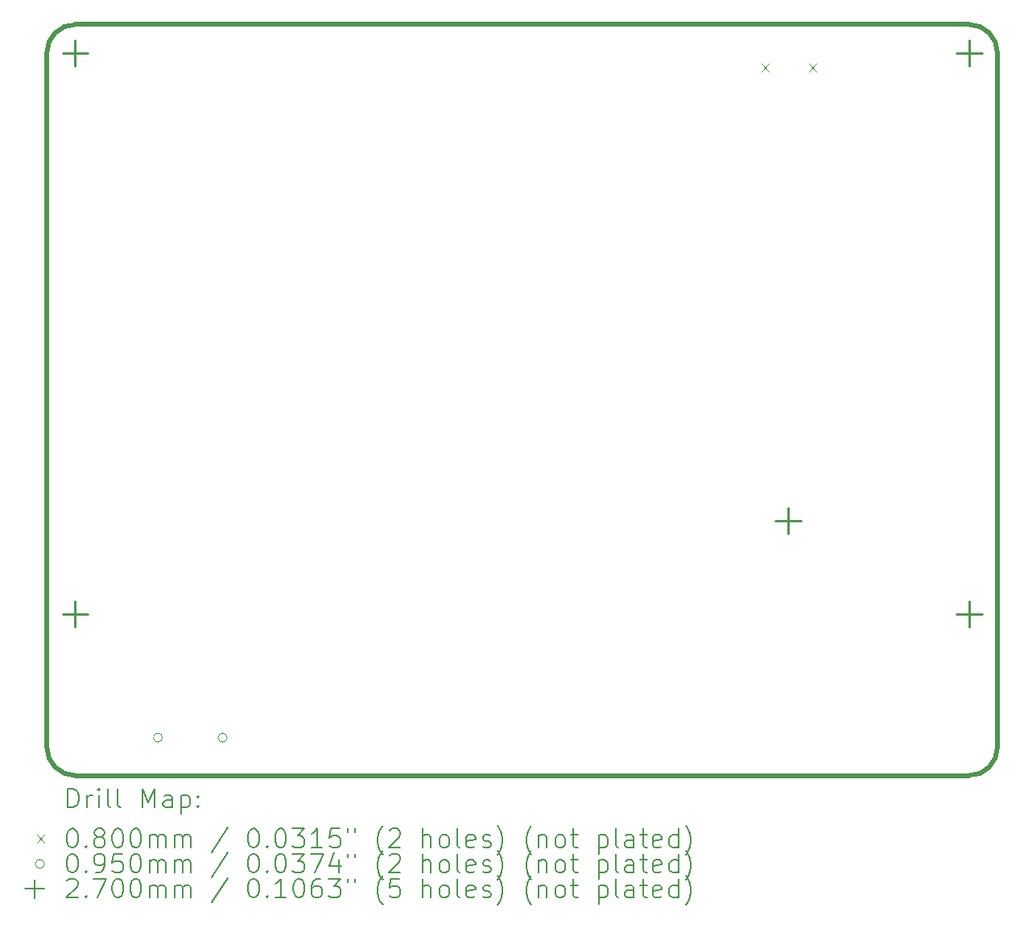
<source format=gbr>
%TF.GenerationSoftware,KiCad,Pcbnew,7.0.2*%
%TF.CreationDate,2023-06-21T14:39:48-07:00*%
%TF.ProjectId,ESP32_Interface,45535033-325f-4496-9e74-657266616365,1*%
%TF.SameCoordinates,Original*%
%TF.FileFunction,Drillmap*%
%TF.FilePolarity,Positive*%
%FSLAX45Y45*%
G04 Gerber Fmt 4.5, Leading zero omitted, Abs format (unit mm)*
G04 Created by KiCad (PCBNEW 7.0.2) date 2023-06-21 14:39:48*
%MOMM*%
%LPD*%
G01*
G04 APERTURE LIST*
%ADD10C,0.500000*%
%ADD11C,0.200000*%
%ADD12C,0.080000*%
%ADD13C,0.095000*%
%ADD14C,0.270000*%
G04 APERTURE END LIST*
D10*
X8500000Y-13100000D02*
X8500000Y-5800000D01*
X18200000Y-13400000D02*
G75*
G03*
X18500000Y-13100000I0J300000D01*
G01*
X8500000Y-13100000D02*
G75*
G03*
X8800000Y-13400000I300000J0D01*
G01*
X18200000Y-13400000D02*
X8800000Y-13400000D01*
X8800000Y-5500000D02*
X18200000Y-5500000D01*
X8800000Y-5500000D02*
G75*
G03*
X8500000Y-5800000I0J-300000D01*
G01*
X18500000Y-5800000D02*
G75*
G03*
X18200000Y-5500000I-300000J0D01*
G01*
X18500000Y-5800000D02*
X18500000Y-13100000D01*
D11*
D12*
X16015400Y-5913940D02*
X16095400Y-5993940D01*
X16095400Y-5913940D02*
X16015400Y-5993940D01*
X16515400Y-5913940D02*
X16595400Y-5993940D01*
X16595400Y-5913940D02*
X16515400Y-5993940D01*
D13*
X9717000Y-13002150D02*
G75*
G03*
X9717000Y-13002150I-47500J0D01*
G01*
X10397000Y-13002150D02*
G75*
G03*
X10397000Y-13002150I-47500J0D01*
G01*
D14*
X8800000Y-5665000D02*
X8800000Y-5935000D01*
X8665000Y-5800000D02*
X8935000Y-5800000D01*
X8800000Y-11565000D02*
X8800000Y-11835000D01*
X8665000Y-11700000D02*
X8935000Y-11700000D01*
X16300000Y-10584000D02*
X16300000Y-10854000D01*
X16165000Y-10719000D02*
X16435000Y-10719000D01*
X18200000Y-5665000D02*
X18200000Y-5935000D01*
X18065000Y-5800000D02*
X18335000Y-5800000D01*
X18200000Y-11565000D02*
X18200000Y-11835000D01*
X18065000Y-11700000D02*
X18335000Y-11700000D01*
D11*
X8722619Y-13737524D02*
X8722619Y-13537524D01*
X8722619Y-13537524D02*
X8770238Y-13537524D01*
X8770238Y-13537524D02*
X8798810Y-13547048D01*
X8798810Y-13547048D02*
X8817857Y-13566095D01*
X8817857Y-13566095D02*
X8827381Y-13585143D01*
X8827381Y-13585143D02*
X8836905Y-13623238D01*
X8836905Y-13623238D02*
X8836905Y-13651809D01*
X8836905Y-13651809D02*
X8827381Y-13689905D01*
X8827381Y-13689905D02*
X8817857Y-13708952D01*
X8817857Y-13708952D02*
X8798810Y-13728000D01*
X8798810Y-13728000D02*
X8770238Y-13737524D01*
X8770238Y-13737524D02*
X8722619Y-13737524D01*
X8922619Y-13737524D02*
X8922619Y-13604190D01*
X8922619Y-13642286D02*
X8932143Y-13623238D01*
X8932143Y-13623238D02*
X8941667Y-13613714D01*
X8941667Y-13613714D02*
X8960714Y-13604190D01*
X8960714Y-13604190D02*
X8979762Y-13604190D01*
X9046429Y-13737524D02*
X9046429Y-13604190D01*
X9046429Y-13537524D02*
X9036905Y-13547048D01*
X9036905Y-13547048D02*
X9046429Y-13556571D01*
X9046429Y-13556571D02*
X9055952Y-13547048D01*
X9055952Y-13547048D02*
X9046429Y-13537524D01*
X9046429Y-13537524D02*
X9046429Y-13556571D01*
X9170238Y-13737524D02*
X9151190Y-13728000D01*
X9151190Y-13728000D02*
X9141667Y-13708952D01*
X9141667Y-13708952D02*
X9141667Y-13537524D01*
X9275000Y-13737524D02*
X9255952Y-13728000D01*
X9255952Y-13728000D02*
X9246429Y-13708952D01*
X9246429Y-13708952D02*
X9246429Y-13537524D01*
X9503571Y-13737524D02*
X9503571Y-13537524D01*
X9503571Y-13537524D02*
X9570238Y-13680381D01*
X9570238Y-13680381D02*
X9636905Y-13537524D01*
X9636905Y-13537524D02*
X9636905Y-13737524D01*
X9817857Y-13737524D02*
X9817857Y-13632762D01*
X9817857Y-13632762D02*
X9808333Y-13613714D01*
X9808333Y-13613714D02*
X9789286Y-13604190D01*
X9789286Y-13604190D02*
X9751190Y-13604190D01*
X9751190Y-13604190D02*
X9732143Y-13613714D01*
X9817857Y-13728000D02*
X9798810Y-13737524D01*
X9798810Y-13737524D02*
X9751190Y-13737524D01*
X9751190Y-13737524D02*
X9732143Y-13728000D01*
X9732143Y-13728000D02*
X9722619Y-13708952D01*
X9722619Y-13708952D02*
X9722619Y-13689905D01*
X9722619Y-13689905D02*
X9732143Y-13670857D01*
X9732143Y-13670857D02*
X9751190Y-13661333D01*
X9751190Y-13661333D02*
X9798810Y-13661333D01*
X9798810Y-13661333D02*
X9817857Y-13651809D01*
X9913095Y-13604190D02*
X9913095Y-13804190D01*
X9913095Y-13613714D02*
X9932143Y-13604190D01*
X9932143Y-13604190D02*
X9970238Y-13604190D01*
X9970238Y-13604190D02*
X9989286Y-13613714D01*
X9989286Y-13613714D02*
X9998810Y-13623238D01*
X9998810Y-13623238D02*
X10008333Y-13642286D01*
X10008333Y-13642286D02*
X10008333Y-13699428D01*
X10008333Y-13699428D02*
X9998810Y-13718476D01*
X9998810Y-13718476D02*
X9989286Y-13728000D01*
X9989286Y-13728000D02*
X9970238Y-13737524D01*
X9970238Y-13737524D02*
X9932143Y-13737524D01*
X9932143Y-13737524D02*
X9913095Y-13728000D01*
X10094048Y-13718476D02*
X10103571Y-13728000D01*
X10103571Y-13728000D02*
X10094048Y-13737524D01*
X10094048Y-13737524D02*
X10084524Y-13728000D01*
X10084524Y-13728000D02*
X10094048Y-13718476D01*
X10094048Y-13718476D02*
X10094048Y-13737524D01*
X10094048Y-13613714D02*
X10103571Y-13623238D01*
X10103571Y-13623238D02*
X10094048Y-13632762D01*
X10094048Y-13632762D02*
X10084524Y-13623238D01*
X10084524Y-13623238D02*
X10094048Y-13613714D01*
X10094048Y-13613714D02*
X10094048Y-13632762D01*
D12*
X8395000Y-14025000D02*
X8475000Y-14105000D01*
X8475000Y-14025000D02*
X8395000Y-14105000D01*
D11*
X8760714Y-13957524D02*
X8779762Y-13957524D01*
X8779762Y-13957524D02*
X8798810Y-13967048D01*
X8798810Y-13967048D02*
X8808333Y-13976571D01*
X8808333Y-13976571D02*
X8817857Y-13995619D01*
X8817857Y-13995619D02*
X8827381Y-14033714D01*
X8827381Y-14033714D02*
X8827381Y-14081333D01*
X8827381Y-14081333D02*
X8817857Y-14119428D01*
X8817857Y-14119428D02*
X8808333Y-14138476D01*
X8808333Y-14138476D02*
X8798810Y-14148000D01*
X8798810Y-14148000D02*
X8779762Y-14157524D01*
X8779762Y-14157524D02*
X8760714Y-14157524D01*
X8760714Y-14157524D02*
X8741667Y-14148000D01*
X8741667Y-14148000D02*
X8732143Y-14138476D01*
X8732143Y-14138476D02*
X8722619Y-14119428D01*
X8722619Y-14119428D02*
X8713095Y-14081333D01*
X8713095Y-14081333D02*
X8713095Y-14033714D01*
X8713095Y-14033714D02*
X8722619Y-13995619D01*
X8722619Y-13995619D02*
X8732143Y-13976571D01*
X8732143Y-13976571D02*
X8741667Y-13967048D01*
X8741667Y-13967048D02*
X8760714Y-13957524D01*
X8913095Y-14138476D02*
X8922619Y-14148000D01*
X8922619Y-14148000D02*
X8913095Y-14157524D01*
X8913095Y-14157524D02*
X8903571Y-14148000D01*
X8903571Y-14148000D02*
X8913095Y-14138476D01*
X8913095Y-14138476D02*
X8913095Y-14157524D01*
X9036905Y-14043238D02*
X9017857Y-14033714D01*
X9017857Y-14033714D02*
X9008333Y-14024190D01*
X9008333Y-14024190D02*
X8998810Y-14005143D01*
X8998810Y-14005143D02*
X8998810Y-13995619D01*
X8998810Y-13995619D02*
X9008333Y-13976571D01*
X9008333Y-13976571D02*
X9017857Y-13967048D01*
X9017857Y-13967048D02*
X9036905Y-13957524D01*
X9036905Y-13957524D02*
X9075000Y-13957524D01*
X9075000Y-13957524D02*
X9094048Y-13967048D01*
X9094048Y-13967048D02*
X9103571Y-13976571D01*
X9103571Y-13976571D02*
X9113095Y-13995619D01*
X9113095Y-13995619D02*
X9113095Y-14005143D01*
X9113095Y-14005143D02*
X9103571Y-14024190D01*
X9103571Y-14024190D02*
X9094048Y-14033714D01*
X9094048Y-14033714D02*
X9075000Y-14043238D01*
X9075000Y-14043238D02*
X9036905Y-14043238D01*
X9036905Y-14043238D02*
X9017857Y-14052762D01*
X9017857Y-14052762D02*
X9008333Y-14062286D01*
X9008333Y-14062286D02*
X8998810Y-14081333D01*
X8998810Y-14081333D02*
X8998810Y-14119428D01*
X8998810Y-14119428D02*
X9008333Y-14138476D01*
X9008333Y-14138476D02*
X9017857Y-14148000D01*
X9017857Y-14148000D02*
X9036905Y-14157524D01*
X9036905Y-14157524D02*
X9075000Y-14157524D01*
X9075000Y-14157524D02*
X9094048Y-14148000D01*
X9094048Y-14148000D02*
X9103571Y-14138476D01*
X9103571Y-14138476D02*
X9113095Y-14119428D01*
X9113095Y-14119428D02*
X9113095Y-14081333D01*
X9113095Y-14081333D02*
X9103571Y-14062286D01*
X9103571Y-14062286D02*
X9094048Y-14052762D01*
X9094048Y-14052762D02*
X9075000Y-14043238D01*
X9236905Y-13957524D02*
X9255952Y-13957524D01*
X9255952Y-13957524D02*
X9275000Y-13967048D01*
X9275000Y-13967048D02*
X9284524Y-13976571D01*
X9284524Y-13976571D02*
X9294048Y-13995619D01*
X9294048Y-13995619D02*
X9303571Y-14033714D01*
X9303571Y-14033714D02*
X9303571Y-14081333D01*
X9303571Y-14081333D02*
X9294048Y-14119428D01*
X9294048Y-14119428D02*
X9284524Y-14138476D01*
X9284524Y-14138476D02*
X9275000Y-14148000D01*
X9275000Y-14148000D02*
X9255952Y-14157524D01*
X9255952Y-14157524D02*
X9236905Y-14157524D01*
X9236905Y-14157524D02*
X9217857Y-14148000D01*
X9217857Y-14148000D02*
X9208333Y-14138476D01*
X9208333Y-14138476D02*
X9198810Y-14119428D01*
X9198810Y-14119428D02*
X9189286Y-14081333D01*
X9189286Y-14081333D02*
X9189286Y-14033714D01*
X9189286Y-14033714D02*
X9198810Y-13995619D01*
X9198810Y-13995619D02*
X9208333Y-13976571D01*
X9208333Y-13976571D02*
X9217857Y-13967048D01*
X9217857Y-13967048D02*
X9236905Y-13957524D01*
X9427381Y-13957524D02*
X9446429Y-13957524D01*
X9446429Y-13957524D02*
X9465476Y-13967048D01*
X9465476Y-13967048D02*
X9475000Y-13976571D01*
X9475000Y-13976571D02*
X9484524Y-13995619D01*
X9484524Y-13995619D02*
X9494048Y-14033714D01*
X9494048Y-14033714D02*
X9494048Y-14081333D01*
X9494048Y-14081333D02*
X9484524Y-14119428D01*
X9484524Y-14119428D02*
X9475000Y-14138476D01*
X9475000Y-14138476D02*
X9465476Y-14148000D01*
X9465476Y-14148000D02*
X9446429Y-14157524D01*
X9446429Y-14157524D02*
X9427381Y-14157524D01*
X9427381Y-14157524D02*
X9408333Y-14148000D01*
X9408333Y-14148000D02*
X9398810Y-14138476D01*
X9398810Y-14138476D02*
X9389286Y-14119428D01*
X9389286Y-14119428D02*
X9379762Y-14081333D01*
X9379762Y-14081333D02*
X9379762Y-14033714D01*
X9379762Y-14033714D02*
X9389286Y-13995619D01*
X9389286Y-13995619D02*
X9398810Y-13976571D01*
X9398810Y-13976571D02*
X9408333Y-13967048D01*
X9408333Y-13967048D02*
X9427381Y-13957524D01*
X9579762Y-14157524D02*
X9579762Y-14024190D01*
X9579762Y-14043238D02*
X9589286Y-14033714D01*
X9589286Y-14033714D02*
X9608333Y-14024190D01*
X9608333Y-14024190D02*
X9636905Y-14024190D01*
X9636905Y-14024190D02*
X9655952Y-14033714D01*
X9655952Y-14033714D02*
X9665476Y-14052762D01*
X9665476Y-14052762D02*
X9665476Y-14157524D01*
X9665476Y-14052762D02*
X9675000Y-14033714D01*
X9675000Y-14033714D02*
X9694048Y-14024190D01*
X9694048Y-14024190D02*
X9722619Y-14024190D01*
X9722619Y-14024190D02*
X9741667Y-14033714D01*
X9741667Y-14033714D02*
X9751191Y-14052762D01*
X9751191Y-14052762D02*
X9751191Y-14157524D01*
X9846429Y-14157524D02*
X9846429Y-14024190D01*
X9846429Y-14043238D02*
X9855952Y-14033714D01*
X9855952Y-14033714D02*
X9875000Y-14024190D01*
X9875000Y-14024190D02*
X9903572Y-14024190D01*
X9903572Y-14024190D02*
X9922619Y-14033714D01*
X9922619Y-14033714D02*
X9932143Y-14052762D01*
X9932143Y-14052762D02*
X9932143Y-14157524D01*
X9932143Y-14052762D02*
X9941667Y-14033714D01*
X9941667Y-14033714D02*
X9960714Y-14024190D01*
X9960714Y-14024190D02*
X9989286Y-14024190D01*
X9989286Y-14024190D02*
X10008333Y-14033714D01*
X10008333Y-14033714D02*
X10017857Y-14052762D01*
X10017857Y-14052762D02*
X10017857Y-14157524D01*
X10408333Y-13948000D02*
X10236905Y-14205143D01*
X10665476Y-13957524D02*
X10684524Y-13957524D01*
X10684524Y-13957524D02*
X10703572Y-13967048D01*
X10703572Y-13967048D02*
X10713095Y-13976571D01*
X10713095Y-13976571D02*
X10722619Y-13995619D01*
X10722619Y-13995619D02*
X10732143Y-14033714D01*
X10732143Y-14033714D02*
X10732143Y-14081333D01*
X10732143Y-14081333D02*
X10722619Y-14119428D01*
X10722619Y-14119428D02*
X10713095Y-14138476D01*
X10713095Y-14138476D02*
X10703572Y-14148000D01*
X10703572Y-14148000D02*
X10684524Y-14157524D01*
X10684524Y-14157524D02*
X10665476Y-14157524D01*
X10665476Y-14157524D02*
X10646429Y-14148000D01*
X10646429Y-14148000D02*
X10636905Y-14138476D01*
X10636905Y-14138476D02*
X10627381Y-14119428D01*
X10627381Y-14119428D02*
X10617857Y-14081333D01*
X10617857Y-14081333D02*
X10617857Y-14033714D01*
X10617857Y-14033714D02*
X10627381Y-13995619D01*
X10627381Y-13995619D02*
X10636905Y-13976571D01*
X10636905Y-13976571D02*
X10646429Y-13967048D01*
X10646429Y-13967048D02*
X10665476Y-13957524D01*
X10817857Y-14138476D02*
X10827381Y-14148000D01*
X10827381Y-14148000D02*
X10817857Y-14157524D01*
X10817857Y-14157524D02*
X10808334Y-14148000D01*
X10808334Y-14148000D02*
X10817857Y-14138476D01*
X10817857Y-14138476D02*
X10817857Y-14157524D01*
X10951191Y-13957524D02*
X10970238Y-13957524D01*
X10970238Y-13957524D02*
X10989286Y-13967048D01*
X10989286Y-13967048D02*
X10998810Y-13976571D01*
X10998810Y-13976571D02*
X11008334Y-13995619D01*
X11008334Y-13995619D02*
X11017857Y-14033714D01*
X11017857Y-14033714D02*
X11017857Y-14081333D01*
X11017857Y-14081333D02*
X11008334Y-14119428D01*
X11008334Y-14119428D02*
X10998810Y-14138476D01*
X10998810Y-14138476D02*
X10989286Y-14148000D01*
X10989286Y-14148000D02*
X10970238Y-14157524D01*
X10970238Y-14157524D02*
X10951191Y-14157524D01*
X10951191Y-14157524D02*
X10932143Y-14148000D01*
X10932143Y-14148000D02*
X10922619Y-14138476D01*
X10922619Y-14138476D02*
X10913095Y-14119428D01*
X10913095Y-14119428D02*
X10903572Y-14081333D01*
X10903572Y-14081333D02*
X10903572Y-14033714D01*
X10903572Y-14033714D02*
X10913095Y-13995619D01*
X10913095Y-13995619D02*
X10922619Y-13976571D01*
X10922619Y-13976571D02*
X10932143Y-13967048D01*
X10932143Y-13967048D02*
X10951191Y-13957524D01*
X11084524Y-13957524D02*
X11208333Y-13957524D01*
X11208333Y-13957524D02*
X11141667Y-14033714D01*
X11141667Y-14033714D02*
X11170238Y-14033714D01*
X11170238Y-14033714D02*
X11189286Y-14043238D01*
X11189286Y-14043238D02*
X11198810Y-14052762D01*
X11198810Y-14052762D02*
X11208333Y-14071809D01*
X11208333Y-14071809D02*
X11208333Y-14119428D01*
X11208333Y-14119428D02*
X11198810Y-14138476D01*
X11198810Y-14138476D02*
X11189286Y-14148000D01*
X11189286Y-14148000D02*
X11170238Y-14157524D01*
X11170238Y-14157524D02*
X11113095Y-14157524D01*
X11113095Y-14157524D02*
X11094048Y-14148000D01*
X11094048Y-14148000D02*
X11084524Y-14138476D01*
X11398810Y-14157524D02*
X11284524Y-14157524D01*
X11341667Y-14157524D02*
X11341667Y-13957524D01*
X11341667Y-13957524D02*
X11322619Y-13986095D01*
X11322619Y-13986095D02*
X11303572Y-14005143D01*
X11303572Y-14005143D02*
X11284524Y-14014667D01*
X11579762Y-13957524D02*
X11484524Y-13957524D01*
X11484524Y-13957524D02*
X11475000Y-14052762D01*
X11475000Y-14052762D02*
X11484524Y-14043238D01*
X11484524Y-14043238D02*
X11503572Y-14033714D01*
X11503572Y-14033714D02*
X11551191Y-14033714D01*
X11551191Y-14033714D02*
X11570238Y-14043238D01*
X11570238Y-14043238D02*
X11579762Y-14052762D01*
X11579762Y-14052762D02*
X11589286Y-14071809D01*
X11589286Y-14071809D02*
X11589286Y-14119428D01*
X11589286Y-14119428D02*
X11579762Y-14138476D01*
X11579762Y-14138476D02*
X11570238Y-14148000D01*
X11570238Y-14148000D02*
X11551191Y-14157524D01*
X11551191Y-14157524D02*
X11503572Y-14157524D01*
X11503572Y-14157524D02*
X11484524Y-14148000D01*
X11484524Y-14148000D02*
X11475000Y-14138476D01*
X11665476Y-13957524D02*
X11665476Y-13995619D01*
X11741667Y-13957524D02*
X11741667Y-13995619D01*
X12036905Y-14233714D02*
X12027381Y-14224190D01*
X12027381Y-14224190D02*
X12008334Y-14195619D01*
X12008334Y-14195619D02*
X11998810Y-14176571D01*
X11998810Y-14176571D02*
X11989286Y-14148000D01*
X11989286Y-14148000D02*
X11979762Y-14100381D01*
X11979762Y-14100381D02*
X11979762Y-14062286D01*
X11979762Y-14062286D02*
X11989286Y-14014667D01*
X11989286Y-14014667D02*
X11998810Y-13986095D01*
X11998810Y-13986095D02*
X12008334Y-13967048D01*
X12008334Y-13967048D02*
X12027381Y-13938476D01*
X12027381Y-13938476D02*
X12036905Y-13928952D01*
X12103572Y-13976571D02*
X12113095Y-13967048D01*
X12113095Y-13967048D02*
X12132143Y-13957524D01*
X12132143Y-13957524D02*
X12179762Y-13957524D01*
X12179762Y-13957524D02*
X12198810Y-13967048D01*
X12198810Y-13967048D02*
X12208334Y-13976571D01*
X12208334Y-13976571D02*
X12217857Y-13995619D01*
X12217857Y-13995619D02*
X12217857Y-14014667D01*
X12217857Y-14014667D02*
X12208334Y-14043238D01*
X12208334Y-14043238D02*
X12094048Y-14157524D01*
X12094048Y-14157524D02*
X12217857Y-14157524D01*
X12455953Y-14157524D02*
X12455953Y-13957524D01*
X12541667Y-14157524D02*
X12541667Y-14052762D01*
X12541667Y-14052762D02*
X12532143Y-14033714D01*
X12532143Y-14033714D02*
X12513096Y-14024190D01*
X12513096Y-14024190D02*
X12484524Y-14024190D01*
X12484524Y-14024190D02*
X12465476Y-14033714D01*
X12465476Y-14033714D02*
X12455953Y-14043238D01*
X12665476Y-14157524D02*
X12646429Y-14148000D01*
X12646429Y-14148000D02*
X12636905Y-14138476D01*
X12636905Y-14138476D02*
X12627381Y-14119428D01*
X12627381Y-14119428D02*
X12627381Y-14062286D01*
X12627381Y-14062286D02*
X12636905Y-14043238D01*
X12636905Y-14043238D02*
X12646429Y-14033714D01*
X12646429Y-14033714D02*
X12665476Y-14024190D01*
X12665476Y-14024190D02*
X12694048Y-14024190D01*
X12694048Y-14024190D02*
X12713096Y-14033714D01*
X12713096Y-14033714D02*
X12722619Y-14043238D01*
X12722619Y-14043238D02*
X12732143Y-14062286D01*
X12732143Y-14062286D02*
X12732143Y-14119428D01*
X12732143Y-14119428D02*
X12722619Y-14138476D01*
X12722619Y-14138476D02*
X12713096Y-14148000D01*
X12713096Y-14148000D02*
X12694048Y-14157524D01*
X12694048Y-14157524D02*
X12665476Y-14157524D01*
X12846429Y-14157524D02*
X12827381Y-14148000D01*
X12827381Y-14148000D02*
X12817857Y-14128952D01*
X12817857Y-14128952D02*
X12817857Y-13957524D01*
X12998810Y-14148000D02*
X12979762Y-14157524D01*
X12979762Y-14157524D02*
X12941667Y-14157524D01*
X12941667Y-14157524D02*
X12922619Y-14148000D01*
X12922619Y-14148000D02*
X12913096Y-14128952D01*
X12913096Y-14128952D02*
X12913096Y-14052762D01*
X12913096Y-14052762D02*
X12922619Y-14033714D01*
X12922619Y-14033714D02*
X12941667Y-14024190D01*
X12941667Y-14024190D02*
X12979762Y-14024190D01*
X12979762Y-14024190D02*
X12998810Y-14033714D01*
X12998810Y-14033714D02*
X13008334Y-14052762D01*
X13008334Y-14052762D02*
X13008334Y-14071809D01*
X13008334Y-14071809D02*
X12913096Y-14090857D01*
X13084524Y-14148000D02*
X13103572Y-14157524D01*
X13103572Y-14157524D02*
X13141667Y-14157524D01*
X13141667Y-14157524D02*
X13160715Y-14148000D01*
X13160715Y-14148000D02*
X13170238Y-14128952D01*
X13170238Y-14128952D02*
X13170238Y-14119428D01*
X13170238Y-14119428D02*
X13160715Y-14100381D01*
X13160715Y-14100381D02*
X13141667Y-14090857D01*
X13141667Y-14090857D02*
X13113096Y-14090857D01*
X13113096Y-14090857D02*
X13094048Y-14081333D01*
X13094048Y-14081333D02*
X13084524Y-14062286D01*
X13084524Y-14062286D02*
X13084524Y-14052762D01*
X13084524Y-14052762D02*
X13094048Y-14033714D01*
X13094048Y-14033714D02*
X13113096Y-14024190D01*
X13113096Y-14024190D02*
X13141667Y-14024190D01*
X13141667Y-14024190D02*
X13160715Y-14033714D01*
X13236905Y-14233714D02*
X13246429Y-14224190D01*
X13246429Y-14224190D02*
X13265477Y-14195619D01*
X13265477Y-14195619D02*
X13275000Y-14176571D01*
X13275000Y-14176571D02*
X13284524Y-14148000D01*
X13284524Y-14148000D02*
X13294048Y-14100381D01*
X13294048Y-14100381D02*
X13294048Y-14062286D01*
X13294048Y-14062286D02*
X13284524Y-14014667D01*
X13284524Y-14014667D02*
X13275000Y-13986095D01*
X13275000Y-13986095D02*
X13265477Y-13967048D01*
X13265477Y-13967048D02*
X13246429Y-13938476D01*
X13246429Y-13938476D02*
X13236905Y-13928952D01*
X13598810Y-14233714D02*
X13589286Y-14224190D01*
X13589286Y-14224190D02*
X13570238Y-14195619D01*
X13570238Y-14195619D02*
X13560715Y-14176571D01*
X13560715Y-14176571D02*
X13551191Y-14148000D01*
X13551191Y-14148000D02*
X13541667Y-14100381D01*
X13541667Y-14100381D02*
X13541667Y-14062286D01*
X13541667Y-14062286D02*
X13551191Y-14014667D01*
X13551191Y-14014667D02*
X13560715Y-13986095D01*
X13560715Y-13986095D02*
X13570238Y-13967048D01*
X13570238Y-13967048D02*
X13589286Y-13938476D01*
X13589286Y-13938476D02*
X13598810Y-13928952D01*
X13675000Y-14024190D02*
X13675000Y-14157524D01*
X13675000Y-14043238D02*
X13684524Y-14033714D01*
X13684524Y-14033714D02*
X13703572Y-14024190D01*
X13703572Y-14024190D02*
X13732143Y-14024190D01*
X13732143Y-14024190D02*
X13751191Y-14033714D01*
X13751191Y-14033714D02*
X13760715Y-14052762D01*
X13760715Y-14052762D02*
X13760715Y-14157524D01*
X13884524Y-14157524D02*
X13865477Y-14148000D01*
X13865477Y-14148000D02*
X13855953Y-14138476D01*
X13855953Y-14138476D02*
X13846429Y-14119428D01*
X13846429Y-14119428D02*
X13846429Y-14062286D01*
X13846429Y-14062286D02*
X13855953Y-14043238D01*
X13855953Y-14043238D02*
X13865477Y-14033714D01*
X13865477Y-14033714D02*
X13884524Y-14024190D01*
X13884524Y-14024190D02*
X13913096Y-14024190D01*
X13913096Y-14024190D02*
X13932143Y-14033714D01*
X13932143Y-14033714D02*
X13941667Y-14043238D01*
X13941667Y-14043238D02*
X13951191Y-14062286D01*
X13951191Y-14062286D02*
X13951191Y-14119428D01*
X13951191Y-14119428D02*
X13941667Y-14138476D01*
X13941667Y-14138476D02*
X13932143Y-14148000D01*
X13932143Y-14148000D02*
X13913096Y-14157524D01*
X13913096Y-14157524D02*
X13884524Y-14157524D01*
X14008334Y-14024190D02*
X14084524Y-14024190D01*
X14036905Y-13957524D02*
X14036905Y-14128952D01*
X14036905Y-14128952D02*
X14046429Y-14148000D01*
X14046429Y-14148000D02*
X14065477Y-14157524D01*
X14065477Y-14157524D02*
X14084524Y-14157524D01*
X14303572Y-14024190D02*
X14303572Y-14224190D01*
X14303572Y-14033714D02*
X14322619Y-14024190D01*
X14322619Y-14024190D02*
X14360715Y-14024190D01*
X14360715Y-14024190D02*
X14379762Y-14033714D01*
X14379762Y-14033714D02*
X14389286Y-14043238D01*
X14389286Y-14043238D02*
X14398810Y-14062286D01*
X14398810Y-14062286D02*
X14398810Y-14119428D01*
X14398810Y-14119428D02*
X14389286Y-14138476D01*
X14389286Y-14138476D02*
X14379762Y-14148000D01*
X14379762Y-14148000D02*
X14360715Y-14157524D01*
X14360715Y-14157524D02*
X14322619Y-14157524D01*
X14322619Y-14157524D02*
X14303572Y-14148000D01*
X14513096Y-14157524D02*
X14494048Y-14148000D01*
X14494048Y-14148000D02*
X14484524Y-14128952D01*
X14484524Y-14128952D02*
X14484524Y-13957524D01*
X14675000Y-14157524D02*
X14675000Y-14052762D01*
X14675000Y-14052762D02*
X14665477Y-14033714D01*
X14665477Y-14033714D02*
X14646429Y-14024190D01*
X14646429Y-14024190D02*
X14608334Y-14024190D01*
X14608334Y-14024190D02*
X14589286Y-14033714D01*
X14675000Y-14148000D02*
X14655953Y-14157524D01*
X14655953Y-14157524D02*
X14608334Y-14157524D01*
X14608334Y-14157524D02*
X14589286Y-14148000D01*
X14589286Y-14148000D02*
X14579762Y-14128952D01*
X14579762Y-14128952D02*
X14579762Y-14109905D01*
X14579762Y-14109905D02*
X14589286Y-14090857D01*
X14589286Y-14090857D02*
X14608334Y-14081333D01*
X14608334Y-14081333D02*
X14655953Y-14081333D01*
X14655953Y-14081333D02*
X14675000Y-14071809D01*
X14741667Y-14024190D02*
X14817858Y-14024190D01*
X14770239Y-13957524D02*
X14770239Y-14128952D01*
X14770239Y-14128952D02*
X14779762Y-14148000D01*
X14779762Y-14148000D02*
X14798810Y-14157524D01*
X14798810Y-14157524D02*
X14817858Y-14157524D01*
X14960715Y-14148000D02*
X14941667Y-14157524D01*
X14941667Y-14157524D02*
X14903572Y-14157524D01*
X14903572Y-14157524D02*
X14884524Y-14148000D01*
X14884524Y-14148000D02*
X14875000Y-14128952D01*
X14875000Y-14128952D02*
X14875000Y-14052762D01*
X14875000Y-14052762D02*
X14884524Y-14033714D01*
X14884524Y-14033714D02*
X14903572Y-14024190D01*
X14903572Y-14024190D02*
X14941667Y-14024190D01*
X14941667Y-14024190D02*
X14960715Y-14033714D01*
X14960715Y-14033714D02*
X14970239Y-14052762D01*
X14970239Y-14052762D02*
X14970239Y-14071809D01*
X14970239Y-14071809D02*
X14875000Y-14090857D01*
X15141667Y-14157524D02*
X15141667Y-13957524D01*
X15141667Y-14148000D02*
X15122620Y-14157524D01*
X15122620Y-14157524D02*
X15084524Y-14157524D01*
X15084524Y-14157524D02*
X15065477Y-14148000D01*
X15065477Y-14148000D02*
X15055953Y-14138476D01*
X15055953Y-14138476D02*
X15046429Y-14119428D01*
X15046429Y-14119428D02*
X15046429Y-14062286D01*
X15046429Y-14062286D02*
X15055953Y-14043238D01*
X15055953Y-14043238D02*
X15065477Y-14033714D01*
X15065477Y-14033714D02*
X15084524Y-14024190D01*
X15084524Y-14024190D02*
X15122620Y-14024190D01*
X15122620Y-14024190D02*
X15141667Y-14033714D01*
X15217858Y-14233714D02*
X15227381Y-14224190D01*
X15227381Y-14224190D02*
X15246429Y-14195619D01*
X15246429Y-14195619D02*
X15255953Y-14176571D01*
X15255953Y-14176571D02*
X15265477Y-14148000D01*
X15265477Y-14148000D02*
X15275000Y-14100381D01*
X15275000Y-14100381D02*
X15275000Y-14062286D01*
X15275000Y-14062286D02*
X15265477Y-14014667D01*
X15265477Y-14014667D02*
X15255953Y-13986095D01*
X15255953Y-13986095D02*
X15246429Y-13967048D01*
X15246429Y-13967048D02*
X15227381Y-13938476D01*
X15227381Y-13938476D02*
X15217858Y-13928952D01*
D13*
X8475000Y-14329000D02*
G75*
G03*
X8475000Y-14329000I-47500J0D01*
G01*
D11*
X8760714Y-14221524D02*
X8779762Y-14221524D01*
X8779762Y-14221524D02*
X8798810Y-14231048D01*
X8798810Y-14231048D02*
X8808333Y-14240571D01*
X8808333Y-14240571D02*
X8817857Y-14259619D01*
X8817857Y-14259619D02*
X8827381Y-14297714D01*
X8827381Y-14297714D02*
X8827381Y-14345333D01*
X8827381Y-14345333D02*
X8817857Y-14383428D01*
X8817857Y-14383428D02*
X8808333Y-14402476D01*
X8808333Y-14402476D02*
X8798810Y-14412000D01*
X8798810Y-14412000D02*
X8779762Y-14421524D01*
X8779762Y-14421524D02*
X8760714Y-14421524D01*
X8760714Y-14421524D02*
X8741667Y-14412000D01*
X8741667Y-14412000D02*
X8732143Y-14402476D01*
X8732143Y-14402476D02*
X8722619Y-14383428D01*
X8722619Y-14383428D02*
X8713095Y-14345333D01*
X8713095Y-14345333D02*
X8713095Y-14297714D01*
X8713095Y-14297714D02*
X8722619Y-14259619D01*
X8722619Y-14259619D02*
X8732143Y-14240571D01*
X8732143Y-14240571D02*
X8741667Y-14231048D01*
X8741667Y-14231048D02*
X8760714Y-14221524D01*
X8913095Y-14402476D02*
X8922619Y-14412000D01*
X8922619Y-14412000D02*
X8913095Y-14421524D01*
X8913095Y-14421524D02*
X8903571Y-14412000D01*
X8903571Y-14412000D02*
X8913095Y-14402476D01*
X8913095Y-14402476D02*
X8913095Y-14421524D01*
X9017857Y-14421524D02*
X9055952Y-14421524D01*
X9055952Y-14421524D02*
X9075000Y-14412000D01*
X9075000Y-14412000D02*
X9084524Y-14402476D01*
X9084524Y-14402476D02*
X9103571Y-14373905D01*
X9103571Y-14373905D02*
X9113095Y-14335809D01*
X9113095Y-14335809D02*
X9113095Y-14259619D01*
X9113095Y-14259619D02*
X9103571Y-14240571D01*
X9103571Y-14240571D02*
X9094048Y-14231048D01*
X9094048Y-14231048D02*
X9075000Y-14221524D01*
X9075000Y-14221524D02*
X9036905Y-14221524D01*
X9036905Y-14221524D02*
X9017857Y-14231048D01*
X9017857Y-14231048D02*
X9008333Y-14240571D01*
X9008333Y-14240571D02*
X8998810Y-14259619D01*
X8998810Y-14259619D02*
X8998810Y-14307238D01*
X8998810Y-14307238D02*
X9008333Y-14326286D01*
X9008333Y-14326286D02*
X9017857Y-14335809D01*
X9017857Y-14335809D02*
X9036905Y-14345333D01*
X9036905Y-14345333D02*
X9075000Y-14345333D01*
X9075000Y-14345333D02*
X9094048Y-14335809D01*
X9094048Y-14335809D02*
X9103571Y-14326286D01*
X9103571Y-14326286D02*
X9113095Y-14307238D01*
X9294048Y-14221524D02*
X9198810Y-14221524D01*
X9198810Y-14221524D02*
X9189286Y-14316762D01*
X9189286Y-14316762D02*
X9198810Y-14307238D01*
X9198810Y-14307238D02*
X9217857Y-14297714D01*
X9217857Y-14297714D02*
X9265476Y-14297714D01*
X9265476Y-14297714D02*
X9284524Y-14307238D01*
X9284524Y-14307238D02*
X9294048Y-14316762D01*
X9294048Y-14316762D02*
X9303571Y-14335809D01*
X9303571Y-14335809D02*
X9303571Y-14383428D01*
X9303571Y-14383428D02*
X9294048Y-14402476D01*
X9294048Y-14402476D02*
X9284524Y-14412000D01*
X9284524Y-14412000D02*
X9265476Y-14421524D01*
X9265476Y-14421524D02*
X9217857Y-14421524D01*
X9217857Y-14421524D02*
X9198810Y-14412000D01*
X9198810Y-14412000D02*
X9189286Y-14402476D01*
X9427381Y-14221524D02*
X9446429Y-14221524D01*
X9446429Y-14221524D02*
X9465476Y-14231048D01*
X9465476Y-14231048D02*
X9475000Y-14240571D01*
X9475000Y-14240571D02*
X9484524Y-14259619D01*
X9484524Y-14259619D02*
X9494048Y-14297714D01*
X9494048Y-14297714D02*
X9494048Y-14345333D01*
X9494048Y-14345333D02*
X9484524Y-14383428D01*
X9484524Y-14383428D02*
X9475000Y-14402476D01*
X9475000Y-14402476D02*
X9465476Y-14412000D01*
X9465476Y-14412000D02*
X9446429Y-14421524D01*
X9446429Y-14421524D02*
X9427381Y-14421524D01*
X9427381Y-14421524D02*
X9408333Y-14412000D01*
X9408333Y-14412000D02*
X9398810Y-14402476D01*
X9398810Y-14402476D02*
X9389286Y-14383428D01*
X9389286Y-14383428D02*
X9379762Y-14345333D01*
X9379762Y-14345333D02*
X9379762Y-14297714D01*
X9379762Y-14297714D02*
X9389286Y-14259619D01*
X9389286Y-14259619D02*
X9398810Y-14240571D01*
X9398810Y-14240571D02*
X9408333Y-14231048D01*
X9408333Y-14231048D02*
X9427381Y-14221524D01*
X9579762Y-14421524D02*
X9579762Y-14288190D01*
X9579762Y-14307238D02*
X9589286Y-14297714D01*
X9589286Y-14297714D02*
X9608333Y-14288190D01*
X9608333Y-14288190D02*
X9636905Y-14288190D01*
X9636905Y-14288190D02*
X9655952Y-14297714D01*
X9655952Y-14297714D02*
X9665476Y-14316762D01*
X9665476Y-14316762D02*
X9665476Y-14421524D01*
X9665476Y-14316762D02*
X9675000Y-14297714D01*
X9675000Y-14297714D02*
X9694048Y-14288190D01*
X9694048Y-14288190D02*
X9722619Y-14288190D01*
X9722619Y-14288190D02*
X9741667Y-14297714D01*
X9741667Y-14297714D02*
X9751191Y-14316762D01*
X9751191Y-14316762D02*
X9751191Y-14421524D01*
X9846429Y-14421524D02*
X9846429Y-14288190D01*
X9846429Y-14307238D02*
X9855952Y-14297714D01*
X9855952Y-14297714D02*
X9875000Y-14288190D01*
X9875000Y-14288190D02*
X9903572Y-14288190D01*
X9903572Y-14288190D02*
X9922619Y-14297714D01*
X9922619Y-14297714D02*
X9932143Y-14316762D01*
X9932143Y-14316762D02*
X9932143Y-14421524D01*
X9932143Y-14316762D02*
X9941667Y-14297714D01*
X9941667Y-14297714D02*
X9960714Y-14288190D01*
X9960714Y-14288190D02*
X9989286Y-14288190D01*
X9989286Y-14288190D02*
X10008333Y-14297714D01*
X10008333Y-14297714D02*
X10017857Y-14316762D01*
X10017857Y-14316762D02*
X10017857Y-14421524D01*
X10408333Y-14212000D02*
X10236905Y-14469143D01*
X10665476Y-14221524D02*
X10684524Y-14221524D01*
X10684524Y-14221524D02*
X10703572Y-14231048D01*
X10703572Y-14231048D02*
X10713095Y-14240571D01*
X10713095Y-14240571D02*
X10722619Y-14259619D01*
X10722619Y-14259619D02*
X10732143Y-14297714D01*
X10732143Y-14297714D02*
X10732143Y-14345333D01*
X10732143Y-14345333D02*
X10722619Y-14383428D01*
X10722619Y-14383428D02*
X10713095Y-14402476D01*
X10713095Y-14402476D02*
X10703572Y-14412000D01*
X10703572Y-14412000D02*
X10684524Y-14421524D01*
X10684524Y-14421524D02*
X10665476Y-14421524D01*
X10665476Y-14421524D02*
X10646429Y-14412000D01*
X10646429Y-14412000D02*
X10636905Y-14402476D01*
X10636905Y-14402476D02*
X10627381Y-14383428D01*
X10627381Y-14383428D02*
X10617857Y-14345333D01*
X10617857Y-14345333D02*
X10617857Y-14297714D01*
X10617857Y-14297714D02*
X10627381Y-14259619D01*
X10627381Y-14259619D02*
X10636905Y-14240571D01*
X10636905Y-14240571D02*
X10646429Y-14231048D01*
X10646429Y-14231048D02*
X10665476Y-14221524D01*
X10817857Y-14402476D02*
X10827381Y-14412000D01*
X10827381Y-14412000D02*
X10817857Y-14421524D01*
X10817857Y-14421524D02*
X10808334Y-14412000D01*
X10808334Y-14412000D02*
X10817857Y-14402476D01*
X10817857Y-14402476D02*
X10817857Y-14421524D01*
X10951191Y-14221524D02*
X10970238Y-14221524D01*
X10970238Y-14221524D02*
X10989286Y-14231048D01*
X10989286Y-14231048D02*
X10998810Y-14240571D01*
X10998810Y-14240571D02*
X11008334Y-14259619D01*
X11008334Y-14259619D02*
X11017857Y-14297714D01*
X11017857Y-14297714D02*
X11017857Y-14345333D01*
X11017857Y-14345333D02*
X11008334Y-14383428D01*
X11008334Y-14383428D02*
X10998810Y-14402476D01*
X10998810Y-14402476D02*
X10989286Y-14412000D01*
X10989286Y-14412000D02*
X10970238Y-14421524D01*
X10970238Y-14421524D02*
X10951191Y-14421524D01*
X10951191Y-14421524D02*
X10932143Y-14412000D01*
X10932143Y-14412000D02*
X10922619Y-14402476D01*
X10922619Y-14402476D02*
X10913095Y-14383428D01*
X10913095Y-14383428D02*
X10903572Y-14345333D01*
X10903572Y-14345333D02*
X10903572Y-14297714D01*
X10903572Y-14297714D02*
X10913095Y-14259619D01*
X10913095Y-14259619D02*
X10922619Y-14240571D01*
X10922619Y-14240571D02*
X10932143Y-14231048D01*
X10932143Y-14231048D02*
X10951191Y-14221524D01*
X11084524Y-14221524D02*
X11208333Y-14221524D01*
X11208333Y-14221524D02*
X11141667Y-14297714D01*
X11141667Y-14297714D02*
X11170238Y-14297714D01*
X11170238Y-14297714D02*
X11189286Y-14307238D01*
X11189286Y-14307238D02*
X11198810Y-14316762D01*
X11198810Y-14316762D02*
X11208333Y-14335809D01*
X11208333Y-14335809D02*
X11208333Y-14383428D01*
X11208333Y-14383428D02*
X11198810Y-14402476D01*
X11198810Y-14402476D02*
X11189286Y-14412000D01*
X11189286Y-14412000D02*
X11170238Y-14421524D01*
X11170238Y-14421524D02*
X11113095Y-14421524D01*
X11113095Y-14421524D02*
X11094048Y-14412000D01*
X11094048Y-14412000D02*
X11084524Y-14402476D01*
X11275000Y-14221524D02*
X11408333Y-14221524D01*
X11408333Y-14221524D02*
X11322619Y-14421524D01*
X11570238Y-14288190D02*
X11570238Y-14421524D01*
X11522619Y-14212000D02*
X11475000Y-14354857D01*
X11475000Y-14354857D02*
X11598810Y-14354857D01*
X11665476Y-14221524D02*
X11665476Y-14259619D01*
X11741667Y-14221524D02*
X11741667Y-14259619D01*
X12036905Y-14497714D02*
X12027381Y-14488190D01*
X12027381Y-14488190D02*
X12008334Y-14459619D01*
X12008334Y-14459619D02*
X11998810Y-14440571D01*
X11998810Y-14440571D02*
X11989286Y-14412000D01*
X11989286Y-14412000D02*
X11979762Y-14364381D01*
X11979762Y-14364381D02*
X11979762Y-14326286D01*
X11979762Y-14326286D02*
X11989286Y-14278667D01*
X11989286Y-14278667D02*
X11998810Y-14250095D01*
X11998810Y-14250095D02*
X12008334Y-14231048D01*
X12008334Y-14231048D02*
X12027381Y-14202476D01*
X12027381Y-14202476D02*
X12036905Y-14192952D01*
X12103572Y-14240571D02*
X12113095Y-14231048D01*
X12113095Y-14231048D02*
X12132143Y-14221524D01*
X12132143Y-14221524D02*
X12179762Y-14221524D01*
X12179762Y-14221524D02*
X12198810Y-14231048D01*
X12198810Y-14231048D02*
X12208334Y-14240571D01*
X12208334Y-14240571D02*
X12217857Y-14259619D01*
X12217857Y-14259619D02*
X12217857Y-14278667D01*
X12217857Y-14278667D02*
X12208334Y-14307238D01*
X12208334Y-14307238D02*
X12094048Y-14421524D01*
X12094048Y-14421524D02*
X12217857Y-14421524D01*
X12455953Y-14421524D02*
X12455953Y-14221524D01*
X12541667Y-14421524D02*
X12541667Y-14316762D01*
X12541667Y-14316762D02*
X12532143Y-14297714D01*
X12532143Y-14297714D02*
X12513096Y-14288190D01*
X12513096Y-14288190D02*
X12484524Y-14288190D01*
X12484524Y-14288190D02*
X12465476Y-14297714D01*
X12465476Y-14297714D02*
X12455953Y-14307238D01*
X12665476Y-14421524D02*
X12646429Y-14412000D01*
X12646429Y-14412000D02*
X12636905Y-14402476D01*
X12636905Y-14402476D02*
X12627381Y-14383428D01*
X12627381Y-14383428D02*
X12627381Y-14326286D01*
X12627381Y-14326286D02*
X12636905Y-14307238D01*
X12636905Y-14307238D02*
X12646429Y-14297714D01*
X12646429Y-14297714D02*
X12665476Y-14288190D01*
X12665476Y-14288190D02*
X12694048Y-14288190D01*
X12694048Y-14288190D02*
X12713096Y-14297714D01*
X12713096Y-14297714D02*
X12722619Y-14307238D01*
X12722619Y-14307238D02*
X12732143Y-14326286D01*
X12732143Y-14326286D02*
X12732143Y-14383428D01*
X12732143Y-14383428D02*
X12722619Y-14402476D01*
X12722619Y-14402476D02*
X12713096Y-14412000D01*
X12713096Y-14412000D02*
X12694048Y-14421524D01*
X12694048Y-14421524D02*
X12665476Y-14421524D01*
X12846429Y-14421524D02*
X12827381Y-14412000D01*
X12827381Y-14412000D02*
X12817857Y-14392952D01*
X12817857Y-14392952D02*
X12817857Y-14221524D01*
X12998810Y-14412000D02*
X12979762Y-14421524D01*
X12979762Y-14421524D02*
X12941667Y-14421524D01*
X12941667Y-14421524D02*
X12922619Y-14412000D01*
X12922619Y-14412000D02*
X12913096Y-14392952D01*
X12913096Y-14392952D02*
X12913096Y-14316762D01*
X12913096Y-14316762D02*
X12922619Y-14297714D01*
X12922619Y-14297714D02*
X12941667Y-14288190D01*
X12941667Y-14288190D02*
X12979762Y-14288190D01*
X12979762Y-14288190D02*
X12998810Y-14297714D01*
X12998810Y-14297714D02*
X13008334Y-14316762D01*
X13008334Y-14316762D02*
X13008334Y-14335809D01*
X13008334Y-14335809D02*
X12913096Y-14354857D01*
X13084524Y-14412000D02*
X13103572Y-14421524D01*
X13103572Y-14421524D02*
X13141667Y-14421524D01*
X13141667Y-14421524D02*
X13160715Y-14412000D01*
X13160715Y-14412000D02*
X13170238Y-14392952D01*
X13170238Y-14392952D02*
X13170238Y-14383428D01*
X13170238Y-14383428D02*
X13160715Y-14364381D01*
X13160715Y-14364381D02*
X13141667Y-14354857D01*
X13141667Y-14354857D02*
X13113096Y-14354857D01*
X13113096Y-14354857D02*
X13094048Y-14345333D01*
X13094048Y-14345333D02*
X13084524Y-14326286D01*
X13084524Y-14326286D02*
X13084524Y-14316762D01*
X13084524Y-14316762D02*
X13094048Y-14297714D01*
X13094048Y-14297714D02*
X13113096Y-14288190D01*
X13113096Y-14288190D02*
X13141667Y-14288190D01*
X13141667Y-14288190D02*
X13160715Y-14297714D01*
X13236905Y-14497714D02*
X13246429Y-14488190D01*
X13246429Y-14488190D02*
X13265477Y-14459619D01*
X13265477Y-14459619D02*
X13275000Y-14440571D01*
X13275000Y-14440571D02*
X13284524Y-14412000D01*
X13284524Y-14412000D02*
X13294048Y-14364381D01*
X13294048Y-14364381D02*
X13294048Y-14326286D01*
X13294048Y-14326286D02*
X13284524Y-14278667D01*
X13284524Y-14278667D02*
X13275000Y-14250095D01*
X13275000Y-14250095D02*
X13265477Y-14231048D01*
X13265477Y-14231048D02*
X13246429Y-14202476D01*
X13246429Y-14202476D02*
X13236905Y-14192952D01*
X13598810Y-14497714D02*
X13589286Y-14488190D01*
X13589286Y-14488190D02*
X13570238Y-14459619D01*
X13570238Y-14459619D02*
X13560715Y-14440571D01*
X13560715Y-14440571D02*
X13551191Y-14412000D01*
X13551191Y-14412000D02*
X13541667Y-14364381D01*
X13541667Y-14364381D02*
X13541667Y-14326286D01*
X13541667Y-14326286D02*
X13551191Y-14278667D01*
X13551191Y-14278667D02*
X13560715Y-14250095D01*
X13560715Y-14250095D02*
X13570238Y-14231048D01*
X13570238Y-14231048D02*
X13589286Y-14202476D01*
X13589286Y-14202476D02*
X13598810Y-14192952D01*
X13675000Y-14288190D02*
X13675000Y-14421524D01*
X13675000Y-14307238D02*
X13684524Y-14297714D01*
X13684524Y-14297714D02*
X13703572Y-14288190D01*
X13703572Y-14288190D02*
X13732143Y-14288190D01*
X13732143Y-14288190D02*
X13751191Y-14297714D01*
X13751191Y-14297714D02*
X13760715Y-14316762D01*
X13760715Y-14316762D02*
X13760715Y-14421524D01*
X13884524Y-14421524D02*
X13865477Y-14412000D01*
X13865477Y-14412000D02*
X13855953Y-14402476D01*
X13855953Y-14402476D02*
X13846429Y-14383428D01*
X13846429Y-14383428D02*
X13846429Y-14326286D01*
X13846429Y-14326286D02*
X13855953Y-14307238D01*
X13855953Y-14307238D02*
X13865477Y-14297714D01*
X13865477Y-14297714D02*
X13884524Y-14288190D01*
X13884524Y-14288190D02*
X13913096Y-14288190D01*
X13913096Y-14288190D02*
X13932143Y-14297714D01*
X13932143Y-14297714D02*
X13941667Y-14307238D01*
X13941667Y-14307238D02*
X13951191Y-14326286D01*
X13951191Y-14326286D02*
X13951191Y-14383428D01*
X13951191Y-14383428D02*
X13941667Y-14402476D01*
X13941667Y-14402476D02*
X13932143Y-14412000D01*
X13932143Y-14412000D02*
X13913096Y-14421524D01*
X13913096Y-14421524D02*
X13884524Y-14421524D01*
X14008334Y-14288190D02*
X14084524Y-14288190D01*
X14036905Y-14221524D02*
X14036905Y-14392952D01*
X14036905Y-14392952D02*
X14046429Y-14412000D01*
X14046429Y-14412000D02*
X14065477Y-14421524D01*
X14065477Y-14421524D02*
X14084524Y-14421524D01*
X14303572Y-14288190D02*
X14303572Y-14488190D01*
X14303572Y-14297714D02*
X14322619Y-14288190D01*
X14322619Y-14288190D02*
X14360715Y-14288190D01*
X14360715Y-14288190D02*
X14379762Y-14297714D01*
X14379762Y-14297714D02*
X14389286Y-14307238D01*
X14389286Y-14307238D02*
X14398810Y-14326286D01*
X14398810Y-14326286D02*
X14398810Y-14383428D01*
X14398810Y-14383428D02*
X14389286Y-14402476D01*
X14389286Y-14402476D02*
X14379762Y-14412000D01*
X14379762Y-14412000D02*
X14360715Y-14421524D01*
X14360715Y-14421524D02*
X14322619Y-14421524D01*
X14322619Y-14421524D02*
X14303572Y-14412000D01*
X14513096Y-14421524D02*
X14494048Y-14412000D01*
X14494048Y-14412000D02*
X14484524Y-14392952D01*
X14484524Y-14392952D02*
X14484524Y-14221524D01*
X14675000Y-14421524D02*
X14675000Y-14316762D01*
X14675000Y-14316762D02*
X14665477Y-14297714D01*
X14665477Y-14297714D02*
X14646429Y-14288190D01*
X14646429Y-14288190D02*
X14608334Y-14288190D01*
X14608334Y-14288190D02*
X14589286Y-14297714D01*
X14675000Y-14412000D02*
X14655953Y-14421524D01*
X14655953Y-14421524D02*
X14608334Y-14421524D01*
X14608334Y-14421524D02*
X14589286Y-14412000D01*
X14589286Y-14412000D02*
X14579762Y-14392952D01*
X14579762Y-14392952D02*
X14579762Y-14373905D01*
X14579762Y-14373905D02*
X14589286Y-14354857D01*
X14589286Y-14354857D02*
X14608334Y-14345333D01*
X14608334Y-14345333D02*
X14655953Y-14345333D01*
X14655953Y-14345333D02*
X14675000Y-14335809D01*
X14741667Y-14288190D02*
X14817858Y-14288190D01*
X14770239Y-14221524D02*
X14770239Y-14392952D01*
X14770239Y-14392952D02*
X14779762Y-14412000D01*
X14779762Y-14412000D02*
X14798810Y-14421524D01*
X14798810Y-14421524D02*
X14817858Y-14421524D01*
X14960715Y-14412000D02*
X14941667Y-14421524D01*
X14941667Y-14421524D02*
X14903572Y-14421524D01*
X14903572Y-14421524D02*
X14884524Y-14412000D01*
X14884524Y-14412000D02*
X14875000Y-14392952D01*
X14875000Y-14392952D02*
X14875000Y-14316762D01*
X14875000Y-14316762D02*
X14884524Y-14297714D01*
X14884524Y-14297714D02*
X14903572Y-14288190D01*
X14903572Y-14288190D02*
X14941667Y-14288190D01*
X14941667Y-14288190D02*
X14960715Y-14297714D01*
X14960715Y-14297714D02*
X14970239Y-14316762D01*
X14970239Y-14316762D02*
X14970239Y-14335809D01*
X14970239Y-14335809D02*
X14875000Y-14354857D01*
X15141667Y-14421524D02*
X15141667Y-14221524D01*
X15141667Y-14412000D02*
X15122620Y-14421524D01*
X15122620Y-14421524D02*
X15084524Y-14421524D01*
X15084524Y-14421524D02*
X15065477Y-14412000D01*
X15065477Y-14412000D02*
X15055953Y-14402476D01*
X15055953Y-14402476D02*
X15046429Y-14383428D01*
X15046429Y-14383428D02*
X15046429Y-14326286D01*
X15046429Y-14326286D02*
X15055953Y-14307238D01*
X15055953Y-14307238D02*
X15065477Y-14297714D01*
X15065477Y-14297714D02*
X15084524Y-14288190D01*
X15084524Y-14288190D02*
X15122620Y-14288190D01*
X15122620Y-14288190D02*
X15141667Y-14297714D01*
X15217858Y-14497714D02*
X15227381Y-14488190D01*
X15227381Y-14488190D02*
X15246429Y-14459619D01*
X15246429Y-14459619D02*
X15255953Y-14440571D01*
X15255953Y-14440571D02*
X15265477Y-14412000D01*
X15265477Y-14412000D02*
X15275000Y-14364381D01*
X15275000Y-14364381D02*
X15275000Y-14326286D01*
X15275000Y-14326286D02*
X15265477Y-14278667D01*
X15265477Y-14278667D02*
X15255953Y-14250095D01*
X15255953Y-14250095D02*
X15246429Y-14231048D01*
X15246429Y-14231048D02*
X15227381Y-14202476D01*
X15227381Y-14202476D02*
X15217858Y-14192952D01*
X8375000Y-14493000D02*
X8375000Y-14693000D01*
X8275000Y-14593000D02*
X8475000Y-14593000D01*
X8713095Y-14504571D02*
X8722619Y-14495048D01*
X8722619Y-14495048D02*
X8741667Y-14485524D01*
X8741667Y-14485524D02*
X8789286Y-14485524D01*
X8789286Y-14485524D02*
X8808333Y-14495048D01*
X8808333Y-14495048D02*
X8817857Y-14504571D01*
X8817857Y-14504571D02*
X8827381Y-14523619D01*
X8827381Y-14523619D02*
X8827381Y-14542667D01*
X8827381Y-14542667D02*
X8817857Y-14571238D01*
X8817857Y-14571238D02*
X8703571Y-14685524D01*
X8703571Y-14685524D02*
X8827381Y-14685524D01*
X8913095Y-14666476D02*
X8922619Y-14676000D01*
X8922619Y-14676000D02*
X8913095Y-14685524D01*
X8913095Y-14685524D02*
X8903571Y-14676000D01*
X8903571Y-14676000D02*
X8913095Y-14666476D01*
X8913095Y-14666476D02*
X8913095Y-14685524D01*
X8989286Y-14485524D02*
X9122619Y-14485524D01*
X9122619Y-14485524D02*
X9036905Y-14685524D01*
X9236905Y-14485524D02*
X9255952Y-14485524D01*
X9255952Y-14485524D02*
X9275000Y-14495048D01*
X9275000Y-14495048D02*
X9284524Y-14504571D01*
X9284524Y-14504571D02*
X9294048Y-14523619D01*
X9294048Y-14523619D02*
X9303571Y-14561714D01*
X9303571Y-14561714D02*
X9303571Y-14609333D01*
X9303571Y-14609333D02*
X9294048Y-14647428D01*
X9294048Y-14647428D02*
X9284524Y-14666476D01*
X9284524Y-14666476D02*
X9275000Y-14676000D01*
X9275000Y-14676000D02*
X9255952Y-14685524D01*
X9255952Y-14685524D02*
X9236905Y-14685524D01*
X9236905Y-14685524D02*
X9217857Y-14676000D01*
X9217857Y-14676000D02*
X9208333Y-14666476D01*
X9208333Y-14666476D02*
X9198810Y-14647428D01*
X9198810Y-14647428D02*
X9189286Y-14609333D01*
X9189286Y-14609333D02*
X9189286Y-14561714D01*
X9189286Y-14561714D02*
X9198810Y-14523619D01*
X9198810Y-14523619D02*
X9208333Y-14504571D01*
X9208333Y-14504571D02*
X9217857Y-14495048D01*
X9217857Y-14495048D02*
X9236905Y-14485524D01*
X9427381Y-14485524D02*
X9446429Y-14485524D01*
X9446429Y-14485524D02*
X9465476Y-14495048D01*
X9465476Y-14495048D02*
X9475000Y-14504571D01*
X9475000Y-14504571D02*
X9484524Y-14523619D01*
X9484524Y-14523619D02*
X9494048Y-14561714D01*
X9494048Y-14561714D02*
X9494048Y-14609333D01*
X9494048Y-14609333D02*
X9484524Y-14647428D01*
X9484524Y-14647428D02*
X9475000Y-14666476D01*
X9475000Y-14666476D02*
X9465476Y-14676000D01*
X9465476Y-14676000D02*
X9446429Y-14685524D01*
X9446429Y-14685524D02*
X9427381Y-14685524D01*
X9427381Y-14685524D02*
X9408333Y-14676000D01*
X9408333Y-14676000D02*
X9398810Y-14666476D01*
X9398810Y-14666476D02*
X9389286Y-14647428D01*
X9389286Y-14647428D02*
X9379762Y-14609333D01*
X9379762Y-14609333D02*
X9379762Y-14561714D01*
X9379762Y-14561714D02*
X9389286Y-14523619D01*
X9389286Y-14523619D02*
X9398810Y-14504571D01*
X9398810Y-14504571D02*
X9408333Y-14495048D01*
X9408333Y-14495048D02*
X9427381Y-14485524D01*
X9579762Y-14685524D02*
X9579762Y-14552190D01*
X9579762Y-14571238D02*
X9589286Y-14561714D01*
X9589286Y-14561714D02*
X9608333Y-14552190D01*
X9608333Y-14552190D02*
X9636905Y-14552190D01*
X9636905Y-14552190D02*
X9655952Y-14561714D01*
X9655952Y-14561714D02*
X9665476Y-14580762D01*
X9665476Y-14580762D02*
X9665476Y-14685524D01*
X9665476Y-14580762D02*
X9675000Y-14561714D01*
X9675000Y-14561714D02*
X9694048Y-14552190D01*
X9694048Y-14552190D02*
X9722619Y-14552190D01*
X9722619Y-14552190D02*
X9741667Y-14561714D01*
X9741667Y-14561714D02*
X9751191Y-14580762D01*
X9751191Y-14580762D02*
X9751191Y-14685524D01*
X9846429Y-14685524D02*
X9846429Y-14552190D01*
X9846429Y-14571238D02*
X9855952Y-14561714D01*
X9855952Y-14561714D02*
X9875000Y-14552190D01*
X9875000Y-14552190D02*
X9903572Y-14552190D01*
X9903572Y-14552190D02*
X9922619Y-14561714D01*
X9922619Y-14561714D02*
X9932143Y-14580762D01*
X9932143Y-14580762D02*
X9932143Y-14685524D01*
X9932143Y-14580762D02*
X9941667Y-14561714D01*
X9941667Y-14561714D02*
X9960714Y-14552190D01*
X9960714Y-14552190D02*
X9989286Y-14552190D01*
X9989286Y-14552190D02*
X10008333Y-14561714D01*
X10008333Y-14561714D02*
X10017857Y-14580762D01*
X10017857Y-14580762D02*
X10017857Y-14685524D01*
X10408333Y-14476000D02*
X10236905Y-14733143D01*
X10665476Y-14485524D02*
X10684524Y-14485524D01*
X10684524Y-14485524D02*
X10703572Y-14495048D01*
X10703572Y-14495048D02*
X10713095Y-14504571D01*
X10713095Y-14504571D02*
X10722619Y-14523619D01*
X10722619Y-14523619D02*
X10732143Y-14561714D01*
X10732143Y-14561714D02*
X10732143Y-14609333D01*
X10732143Y-14609333D02*
X10722619Y-14647428D01*
X10722619Y-14647428D02*
X10713095Y-14666476D01*
X10713095Y-14666476D02*
X10703572Y-14676000D01*
X10703572Y-14676000D02*
X10684524Y-14685524D01*
X10684524Y-14685524D02*
X10665476Y-14685524D01*
X10665476Y-14685524D02*
X10646429Y-14676000D01*
X10646429Y-14676000D02*
X10636905Y-14666476D01*
X10636905Y-14666476D02*
X10627381Y-14647428D01*
X10627381Y-14647428D02*
X10617857Y-14609333D01*
X10617857Y-14609333D02*
X10617857Y-14561714D01*
X10617857Y-14561714D02*
X10627381Y-14523619D01*
X10627381Y-14523619D02*
X10636905Y-14504571D01*
X10636905Y-14504571D02*
X10646429Y-14495048D01*
X10646429Y-14495048D02*
X10665476Y-14485524D01*
X10817857Y-14666476D02*
X10827381Y-14676000D01*
X10827381Y-14676000D02*
X10817857Y-14685524D01*
X10817857Y-14685524D02*
X10808334Y-14676000D01*
X10808334Y-14676000D02*
X10817857Y-14666476D01*
X10817857Y-14666476D02*
X10817857Y-14685524D01*
X11017857Y-14685524D02*
X10903572Y-14685524D01*
X10960714Y-14685524D02*
X10960714Y-14485524D01*
X10960714Y-14485524D02*
X10941667Y-14514095D01*
X10941667Y-14514095D02*
X10922619Y-14533143D01*
X10922619Y-14533143D02*
X10903572Y-14542667D01*
X11141667Y-14485524D02*
X11160715Y-14485524D01*
X11160715Y-14485524D02*
X11179762Y-14495048D01*
X11179762Y-14495048D02*
X11189286Y-14504571D01*
X11189286Y-14504571D02*
X11198810Y-14523619D01*
X11198810Y-14523619D02*
X11208333Y-14561714D01*
X11208333Y-14561714D02*
X11208333Y-14609333D01*
X11208333Y-14609333D02*
X11198810Y-14647428D01*
X11198810Y-14647428D02*
X11189286Y-14666476D01*
X11189286Y-14666476D02*
X11179762Y-14676000D01*
X11179762Y-14676000D02*
X11160715Y-14685524D01*
X11160715Y-14685524D02*
X11141667Y-14685524D01*
X11141667Y-14685524D02*
X11122619Y-14676000D01*
X11122619Y-14676000D02*
X11113095Y-14666476D01*
X11113095Y-14666476D02*
X11103572Y-14647428D01*
X11103572Y-14647428D02*
X11094048Y-14609333D01*
X11094048Y-14609333D02*
X11094048Y-14561714D01*
X11094048Y-14561714D02*
X11103572Y-14523619D01*
X11103572Y-14523619D02*
X11113095Y-14504571D01*
X11113095Y-14504571D02*
X11122619Y-14495048D01*
X11122619Y-14495048D02*
X11141667Y-14485524D01*
X11379762Y-14485524D02*
X11341667Y-14485524D01*
X11341667Y-14485524D02*
X11322619Y-14495048D01*
X11322619Y-14495048D02*
X11313095Y-14504571D01*
X11313095Y-14504571D02*
X11294048Y-14533143D01*
X11294048Y-14533143D02*
X11284524Y-14571238D01*
X11284524Y-14571238D02*
X11284524Y-14647428D01*
X11284524Y-14647428D02*
X11294048Y-14666476D01*
X11294048Y-14666476D02*
X11303572Y-14676000D01*
X11303572Y-14676000D02*
X11322619Y-14685524D01*
X11322619Y-14685524D02*
X11360714Y-14685524D01*
X11360714Y-14685524D02*
X11379762Y-14676000D01*
X11379762Y-14676000D02*
X11389286Y-14666476D01*
X11389286Y-14666476D02*
X11398810Y-14647428D01*
X11398810Y-14647428D02*
X11398810Y-14599809D01*
X11398810Y-14599809D02*
X11389286Y-14580762D01*
X11389286Y-14580762D02*
X11379762Y-14571238D01*
X11379762Y-14571238D02*
X11360714Y-14561714D01*
X11360714Y-14561714D02*
X11322619Y-14561714D01*
X11322619Y-14561714D02*
X11303572Y-14571238D01*
X11303572Y-14571238D02*
X11294048Y-14580762D01*
X11294048Y-14580762D02*
X11284524Y-14599809D01*
X11465476Y-14485524D02*
X11589286Y-14485524D01*
X11589286Y-14485524D02*
X11522619Y-14561714D01*
X11522619Y-14561714D02*
X11551191Y-14561714D01*
X11551191Y-14561714D02*
X11570238Y-14571238D01*
X11570238Y-14571238D02*
X11579762Y-14580762D01*
X11579762Y-14580762D02*
X11589286Y-14599809D01*
X11589286Y-14599809D02*
X11589286Y-14647428D01*
X11589286Y-14647428D02*
X11579762Y-14666476D01*
X11579762Y-14666476D02*
X11570238Y-14676000D01*
X11570238Y-14676000D02*
X11551191Y-14685524D01*
X11551191Y-14685524D02*
X11494048Y-14685524D01*
X11494048Y-14685524D02*
X11475000Y-14676000D01*
X11475000Y-14676000D02*
X11465476Y-14666476D01*
X11665476Y-14485524D02*
X11665476Y-14523619D01*
X11741667Y-14485524D02*
X11741667Y-14523619D01*
X12036905Y-14761714D02*
X12027381Y-14752190D01*
X12027381Y-14752190D02*
X12008334Y-14723619D01*
X12008334Y-14723619D02*
X11998810Y-14704571D01*
X11998810Y-14704571D02*
X11989286Y-14676000D01*
X11989286Y-14676000D02*
X11979762Y-14628381D01*
X11979762Y-14628381D02*
X11979762Y-14590286D01*
X11979762Y-14590286D02*
X11989286Y-14542667D01*
X11989286Y-14542667D02*
X11998810Y-14514095D01*
X11998810Y-14514095D02*
X12008334Y-14495048D01*
X12008334Y-14495048D02*
X12027381Y-14466476D01*
X12027381Y-14466476D02*
X12036905Y-14456952D01*
X12208334Y-14485524D02*
X12113095Y-14485524D01*
X12113095Y-14485524D02*
X12103572Y-14580762D01*
X12103572Y-14580762D02*
X12113095Y-14571238D01*
X12113095Y-14571238D02*
X12132143Y-14561714D01*
X12132143Y-14561714D02*
X12179762Y-14561714D01*
X12179762Y-14561714D02*
X12198810Y-14571238D01*
X12198810Y-14571238D02*
X12208334Y-14580762D01*
X12208334Y-14580762D02*
X12217857Y-14599809D01*
X12217857Y-14599809D02*
X12217857Y-14647428D01*
X12217857Y-14647428D02*
X12208334Y-14666476D01*
X12208334Y-14666476D02*
X12198810Y-14676000D01*
X12198810Y-14676000D02*
X12179762Y-14685524D01*
X12179762Y-14685524D02*
X12132143Y-14685524D01*
X12132143Y-14685524D02*
X12113095Y-14676000D01*
X12113095Y-14676000D02*
X12103572Y-14666476D01*
X12455953Y-14685524D02*
X12455953Y-14485524D01*
X12541667Y-14685524D02*
X12541667Y-14580762D01*
X12541667Y-14580762D02*
X12532143Y-14561714D01*
X12532143Y-14561714D02*
X12513096Y-14552190D01*
X12513096Y-14552190D02*
X12484524Y-14552190D01*
X12484524Y-14552190D02*
X12465476Y-14561714D01*
X12465476Y-14561714D02*
X12455953Y-14571238D01*
X12665476Y-14685524D02*
X12646429Y-14676000D01*
X12646429Y-14676000D02*
X12636905Y-14666476D01*
X12636905Y-14666476D02*
X12627381Y-14647428D01*
X12627381Y-14647428D02*
X12627381Y-14590286D01*
X12627381Y-14590286D02*
X12636905Y-14571238D01*
X12636905Y-14571238D02*
X12646429Y-14561714D01*
X12646429Y-14561714D02*
X12665476Y-14552190D01*
X12665476Y-14552190D02*
X12694048Y-14552190D01*
X12694048Y-14552190D02*
X12713096Y-14561714D01*
X12713096Y-14561714D02*
X12722619Y-14571238D01*
X12722619Y-14571238D02*
X12732143Y-14590286D01*
X12732143Y-14590286D02*
X12732143Y-14647428D01*
X12732143Y-14647428D02*
X12722619Y-14666476D01*
X12722619Y-14666476D02*
X12713096Y-14676000D01*
X12713096Y-14676000D02*
X12694048Y-14685524D01*
X12694048Y-14685524D02*
X12665476Y-14685524D01*
X12846429Y-14685524D02*
X12827381Y-14676000D01*
X12827381Y-14676000D02*
X12817857Y-14656952D01*
X12817857Y-14656952D02*
X12817857Y-14485524D01*
X12998810Y-14676000D02*
X12979762Y-14685524D01*
X12979762Y-14685524D02*
X12941667Y-14685524D01*
X12941667Y-14685524D02*
X12922619Y-14676000D01*
X12922619Y-14676000D02*
X12913096Y-14656952D01*
X12913096Y-14656952D02*
X12913096Y-14580762D01*
X12913096Y-14580762D02*
X12922619Y-14561714D01*
X12922619Y-14561714D02*
X12941667Y-14552190D01*
X12941667Y-14552190D02*
X12979762Y-14552190D01*
X12979762Y-14552190D02*
X12998810Y-14561714D01*
X12998810Y-14561714D02*
X13008334Y-14580762D01*
X13008334Y-14580762D02*
X13008334Y-14599809D01*
X13008334Y-14599809D02*
X12913096Y-14618857D01*
X13084524Y-14676000D02*
X13103572Y-14685524D01*
X13103572Y-14685524D02*
X13141667Y-14685524D01*
X13141667Y-14685524D02*
X13160715Y-14676000D01*
X13160715Y-14676000D02*
X13170238Y-14656952D01*
X13170238Y-14656952D02*
X13170238Y-14647428D01*
X13170238Y-14647428D02*
X13160715Y-14628381D01*
X13160715Y-14628381D02*
X13141667Y-14618857D01*
X13141667Y-14618857D02*
X13113096Y-14618857D01*
X13113096Y-14618857D02*
X13094048Y-14609333D01*
X13094048Y-14609333D02*
X13084524Y-14590286D01*
X13084524Y-14590286D02*
X13084524Y-14580762D01*
X13084524Y-14580762D02*
X13094048Y-14561714D01*
X13094048Y-14561714D02*
X13113096Y-14552190D01*
X13113096Y-14552190D02*
X13141667Y-14552190D01*
X13141667Y-14552190D02*
X13160715Y-14561714D01*
X13236905Y-14761714D02*
X13246429Y-14752190D01*
X13246429Y-14752190D02*
X13265477Y-14723619D01*
X13265477Y-14723619D02*
X13275000Y-14704571D01*
X13275000Y-14704571D02*
X13284524Y-14676000D01*
X13284524Y-14676000D02*
X13294048Y-14628381D01*
X13294048Y-14628381D02*
X13294048Y-14590286D01*
X13294048Y-14590286D02*
X13284524Y-14542667D01*
X13284524Y-14542667D02*
X13275000Y-14514095D01*
X13275000Y-14514095D02*
X13265477Y-14495048D01*
X13265477Y-14495048D02*
X13246429Y-14466476D01*
X13246429Y-14466476D02*
X13236905Y-14456952D01*
X13598810Y-14761714D02*
X13589286Y-14752190D01*
X13589286Y-14752190D02*
X13570238Y-14723619D01*
X13570238Y-14723619D02*
X13560715Y-14704571D01*
X13560715Y-14704571D02*
X13551191Y-14676000D01*
X13551191Y-14676000D02*
X13541667Y-14628381D01*
X13541667Y-14628381D02*
X13541667Y-14590286D01*
X13541667Y-14590286D02*
X13551191Y-14542667D01*
X13551191Y-14542667D02*
X13560715Y-14514095D01*
X13560715Y-14514095D02*
X13570238Y-14495048D01*
X13570238Y-14495048D02*
X13589286Y-14466476D01*
X13589286Y-14466476D02*
X13598810Y-14456952D01*
X13675000Y-14552190D02*
X13675000Y-14685524D01*
X13675000Y-14571238D02*
X13684524Y-14561714D01*
X13684524Y-14561714D02*
X13703572Y-14552190D01*
X13703572Y-14552190D02*
X13732143Y-14552190D01*
X13732143Y-14552190D02*
X13751191Y-14561714D01*
X13751191Y-14561714D02*
X13760715Y-14580762D01*
X13760715Y-14580762D02*
X13760715Y-14685524D01*
X13884524Y-14685524D02*
X13865477Y-14676000D01*
X13865477Y-14676000D02*
X13855953Y-14666476D01*
X13855953Y-14666476D02*
X13846429Y-14647428D01*
X13846429Y-14647428D02*
X13846429Y-14590286D01*
X13846429Y-14590286D02*
X13855953Y-14571238D01*
X13855953Y-14571238D02*
X13865477Y-14561714D01*
X13865477Y-14561714D02*
X13884524Y-14552190D01*
X13884524Y-14552190D02*
X13913096Y-14552190D01*
X13913096Y-14552190D02*
X13932143Y-14561714D01*
X13932143Y-14561714D02*
X13941667Y-14571238D01*
X13941667Y-14571238D02*
X13951191Y-14590286D01*
X13951191Y-14590286D02*
X13951191Y-14647428D01*
X13951191Y-14647428D02*
X13941667Y-14666476D01*
X13941667Y-14666476D02*
X13932143Y-14676000D01*
X13932143Y-14676000D02*
X13913096Y-14685524D01*
X13913096Y-14685524D02*
X13884524Y-14685524D01*
X14008334Y-14552190D02*
X14084524Y-14552190D01*
X14036905Y-14485524D02*
X14036905Y-14656952D01*
X14036905Y-14656952D02*
X14046429Y-14676000D01*
X14046429Y-14676000D02*
X14065477Y-14685524D01*
X14065477Y-14685524D02*
X14084524Y-14685524D01*
X14303572Y-14552190D02*
X14303572Y-14752190D01*
X14303572Y-14561714D02*
X14322619Y-14552190D01*
X14322619Y-14552190D02*
X14360715Y-14552190D01*
X14360715Y-14552190D02*
X14379762Y-14561714D01*
X14379762Y-14561714D02*
X14389286Y-14571238D01*
X14389286Y-14571238D02*
X14398810Y-14590286D01*
X14398810Y-14590286D02*
X14398810Y-14647428D01*
X14398810Y-14647428D02*
X14389286Y-14666476D01*
X14389286Y-14666476D02*
X14379762Y-14676000D01*
X14379762Y-14676000D02*
X14360715Y-14685524D01*
X14360715Y-14685524D02*
X14322619Y-14685524D01*
X14322619Y-14685524D02*
X14303572Y-14676000D01*
X14513096Y-14685524D02*
X14494048Y-14676000D01*
X14494048Y-14676000D02*
X14484524Y-14656952D01*
X14484524Y-14656952D02*
X14484524Y-14485524D01*
X14675000Y-14685524D02*
X14675000Y-14580762D01*
X14675000Y-14580762D02*
X14665477Y-14561714D01*
X14665477Y-14561714D02*
X14646429Y-14552190D01*
X14646429Y-14552190D02*
X14608334Y-14552190D01*
X14608334Y-14552190D02*
X14589286Y-14561714D01*
X14675000Y-14676000D02*
X14655953Y-14685524D01*
X14655953Y-14685524D02*
X14608334Y-14685524D01*
X14608334Y-14685524D02*
X14589286Y-14676000D01*
X14589286Y-14676000D02*
X14579762Y-14656952D01*
X14579762Y-14656952D02*
X14579762Y-14637905D01*
X14579762Y-14637905D02*
X14589286Y-14618857D01*
X14589286Y-14618857D02*
X14608334Y-14609333D01*
X14608334Y-14609333D02*
X14655953Y-14609333D01*
X14655953Y-14609333D02*
X14675000Y-14599809D01*
X14741667Y-14552190D02*
X14817858Y-14552190D01*
X14770239Y-14485524D02*
X14770239Y-14656952D01*
X14770239Y-14656952D02*
X14779762Y-14676000D01*
X14779762Y-14676000D02*
X14798810Y-14685524D01*
X14798810Y-14685524D02*
X14817858Y-14685524D01*
X14960715Y-14676000D02*
X14941667Y-14685524D01*
X14941667Y-14685524D02*
X14903572Y-14685524D01*
X14903572Y-14685524D02*
X14884524Y-14676000D01*
X14884524Y-14676000D02*
X14875000Y-14656952D01*
X14875000Y-14656952D02*
X14875000Y-14580762D01*
X14875000Y-14580762D02*
X14884524Y-14561714D01*
X14884524Y-14561714D02*
X14903572Y-14552190D01*
X14903572Y-14552190D02*
X14941667Y-14552190D01*
X14941667Y-14552190D02*
X14960715Y-14561714D01*
X14960715Y-14561714D02*
X14970239Y-14580762D01*
X14970239Y-14580762D02*
X14970239Y-14599809D01*
X14970239Y-14599809D02*
X14875000Y-14618857D01*
X15141667Y-14685524D02*
X15141667Y-14485524D01*
X15141667Y-14676000D02*
X15122620Y-14685524D01*
X15122620Y-14685524D02*
X15084524Y-14685524D01*
X15084524Y-14685524D02*
X15065477Y-14676000D01*
X15065477Y-14676000D02*
X15055953Y-14666476D01*
X15055953Y-14666476D02*
X15046429Y-14647428D01*
X15046429Y-14647428D02*
X15046429Y-14590286D01*
X15046429Y-14590286D02*
X15055953Y-14571238D01*
X15055953Y-14571238D02*
X15065477Y-14561714D01*
X15065477Y-14561714D02*
X15084524Y-14552190D01*
X15084524Y-14552190D02*
X15122620Y-14552190D01*
X15122620Y-14552190D02*
X15141667Y-14561714D01*
X15217858Y-14761714D02*
X15227381Y-14752190D01*
X15227381Y-14752190D02*
X15246429Y-14723619D01*
X15246429Y-14723619D02*
X15255953Y-14704571D01*
X15255953Y-14704571D02*
X15265477Y-14676000D01*
X15265477Y-14676000D02*
X15275000Y-14628381D01*
X15275000Y-14628381D02*
X15275000Y-14590286D01*
X15275000Y-14590286D02*
X15265477Y-14542667D01*
X15265477Y-14542667D02*
X15255953Y-14514095D01*
X15255953Y-14514095D02*
X15246429Y-14495048D01*
X15246429Y-14495048D02*
X15227381Y-14466476D01*
X15227381Y-14466476D02*
X15217858Y-14456952D01*
M02*

</source>
